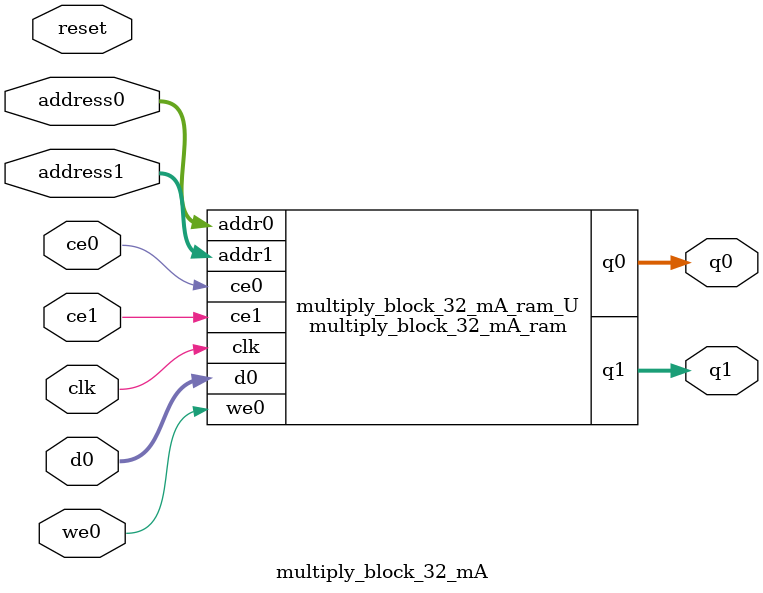
<source format=v>
`timescale 1 ns / 1 ps
module multiply_block_32_mA_ram (addr0, ce0, d0, we0, q0, addr1, ce1, q1,  clk);

parameter DWIDTH = 32;
parameter AWIDTH = 10;
parameter MEM_SIZE = 1024;

input[AWIDTH-1:0] addr0;
input ce0;
input[DWIDTH-1:0] d0;
input we0;
output reg[DWIDTH-1:0] q0;
input[AWIDTH-1:0] addr1;
input ce1;
output reg[DWIDTH-1:0] q1;
input clk;

(* ram_style = "block" *)reg [DWIDTH-1:0] ram[0:MEM_SIZE-1];




always @(posedge clk)  
begin 
    if (ce0) 
    begin
        if (we0) 
        begin 
            ram[addr0] <= d0; 
        end 
        q0 <= ram[addr0];
    end
end


always @(posedge clk)  
begin 
    if (ce1) 
    begin
        q1 <= ram[addr1];
    end
end


endmodule

`timescale 1 ns / 1 ps
module multiply_block_32_mA(
    reset,
    clk,
    address0,
    ce0,
    we0,
    d0,
    q0,
    address1,
    ce1,
    q1);

parameter DataWidth = 32'd32;
parameter AddressRange = 32'd1024;
parameter AddressWidth = 32'd10;
input reset;
input clk;
input[AddressWidth - 1:0] address0;
input ce0;
input we0;
input[DataWidth - 1:0] d0;
output[DataWidth - 1:0] q0;
input[AddressWidth - 1:0] address1;
input ce1;
output[DataWidth - 1:0] q1;



multiply_block_32_mA_ram multiply_block_32_mA_ram_U(
    .clk( clk ),
    .addr0( address0 ),
    .ce0( ce0 ),
    .we0( we0 ),
    .d0( d0 ),
    .q0( q0 ),
    .addr1( address1 ),
    .ce1( ce1 ),
    .q1( q1 ));

endmodule


</source>
